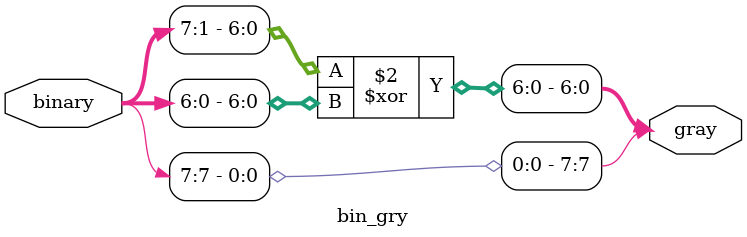
<source format=v>
module bin_gry #(parameter N = 8)                   //parameter declaration
               (
               binary                              ,//input
               gray                                 //output
               )                                   ;

//port declaration
input       [N-1:0] binary                         ;//input declaration
output reg  [N-1:0] gray                           ;//output declaration

/*implement binary to gray conversion*/
always @ (binary)
   begin
      gray[N-1  ] = binary[N-1  ]                  ;//first bit is same as binary code
      gray[N-2:0] = binary[N-1:1] ^ binary[N-2:0]  ;//xor the first bit with 2nd bit and so on
   end

endmodule

</source>
